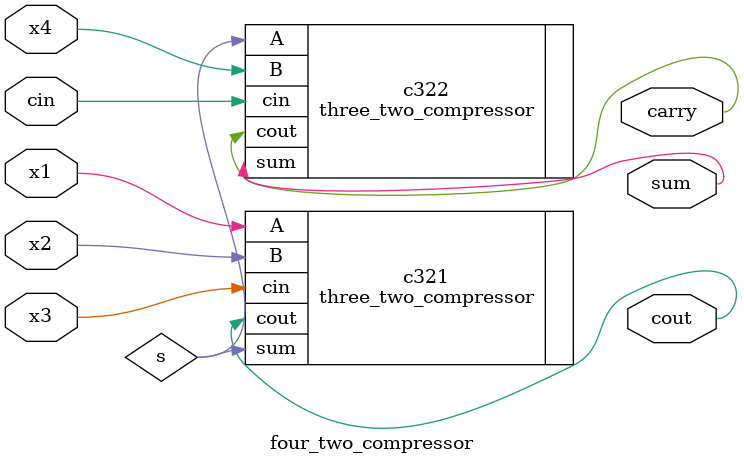
<source format=v>
`timescale 1ns / 1ps

module four_two_compressor(
    input x1, x2, x3, x4,
    input cin,
    output sum,
    output cout, carry
    );
    
    wire s;
    
    three_two_compressor c321( .A(x1), .B(x2), .cin(x3), .sum(s), .cout(cout));
    three_two_compressor c322( .A(s), .B(x4), .cin(cin), .sum(sum), .cout(carry));
    
endmodule

</source>
